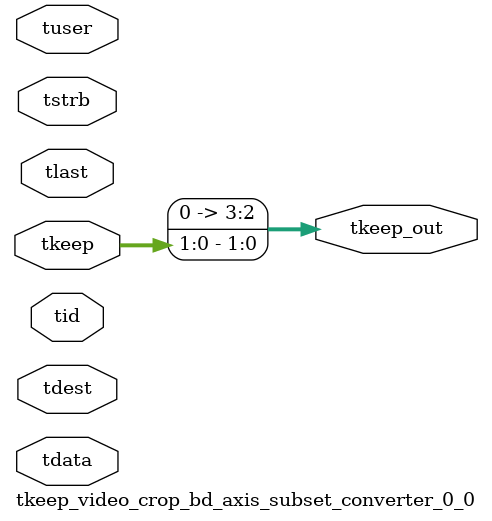
<source format=v>


`timescale 1ps/1ps

module tkeep_video_crop_bd_axis_subset_converter_0_0 #
(
parameter C_S_AXIS_TDATA_WIDTH = 32,
parameter C_S_AXIS_TUSER_WIDTH = 0,
parameter C_S_AXIS_TID_WIDTH   = 0,
parameter C_S_AXIS_TDEST_WIDTH = 0,
parameter C_M_AXIS_TDATA_WIDTH = 32
)
(
input  [(C_S_AXIS_TDATA_WIDTH == 0 ? 1 : C_S_AXIS_TDATA_WIDTH)-1:0     ] tdata,
input  [(C_S_AXIS_TUSER_WIDTH == 0 ? 1 : C_S_AXIS_TUSER_WIDTH)-1:0     ] tuser,
input  [(C_S_AXIS_TID_WIDTH   == 0 ? 1 : C_S_AXIS_TID_WIDTH)-1:0       ] tid,
input  [(C_S_AXIS_TDEST_WIDTH == 0 ? 1 : C_S_AXIS_TDEST_WIDTH)-1:0     ] tdest,
input  [(C_S_AXIS_TDATA_WIDTH/8)-1:0 ] tkeep,
input  [(C_S_AXIS_TDATA_WIDTH/8)-1:0 ] tstrb,
input                                                                    tlast,
output [(C_M_AXIS_TDATA_WIDTH/8)-1:0 ] tkeep_out
);

assign tkeep_out = {tkeep[1:0]};

endmodule


</source>
